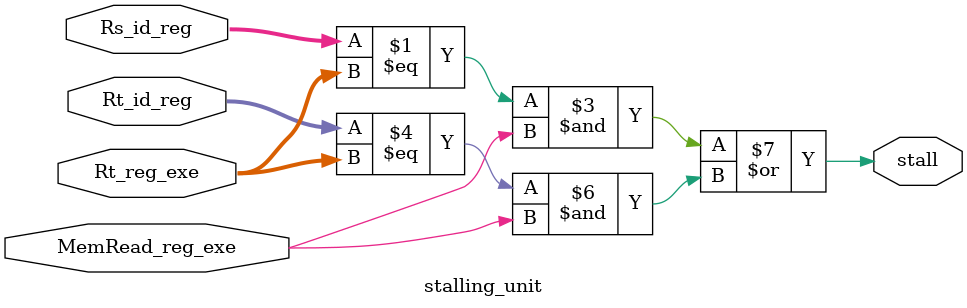
<source format=v>
`timescale 1ns / 1ps


module stalling_unit(Rs_id_reg,Rt_id_reg,Rt_reg_exe,MemRead_reg_exe,stall

    ); 
    //stalling is achieved by making the stall value 1 so that the write sig in all ff is made 1 which prevents writing to it.
  input [4:0] Rs_id_reg,Rt_id_reg,Rt_reg_exe; //only for Raw dependency caused by Lw instruction
   input MemRead_reg_exe;
//   output reg  stall;
output stall;

   assign stall = (Rs_id_reg == Rt_reg_exe & MemRead_reg_exe == 1 ) | (Rt_id_reg == Rt_reg_exe & MemRead_reg_exe == 1);
   
   
// always @(*) begin
//    stall <= (Rs_id_reg == Rt_reg_exe & MemRead_reg_exe == 1 ) | (Rt_id_reg == Rt_reg_exe & MemRead_reg_exe == 1);
//end
            
  
   
endmodule
   

</source>
